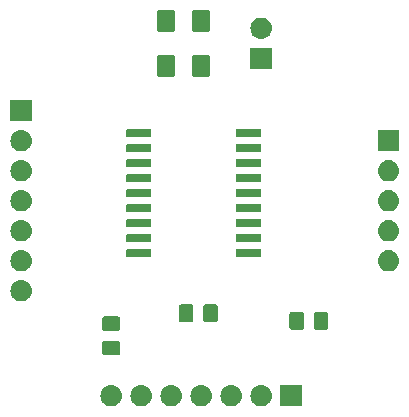
<source format=gbr>
G04 #@! TF.GenerationSoftware,KiCad,Pcbnew,(5.1.4)-1*
G04 #@! TF.CreationDate,2019-11-25T23:53:57+00:00*
G04 #@! TF.ProjectId,KeyPad BCD encoder,4b657950-6164-4204-9243-4420656e636f,rev?*
G04 #@! TF.SameCoordinates,Original*
G04 #@! TF.FileFunction,Soldermask,Top*
G04 #@! TF.FilePolarity,Negative*
%FSLAX46Y46*%
G04 Gerber Fmt 4.6, Leading zero omitted, Abs format (unit mm)*
G04 Created by KiCad (PCBNEW (5.1.4)-1) date 2019-11-25 23:53:57*
%MOMM*%
%LPD*%
G04 APERTURE LIST*
%ADD10C,0.100000*%
G04 APERTURE END LIST*
D10*
G36*
X160286000Y-103771000D02*
G01*
X158484000Y-103771000D01*
X158484000Y-101969000D01*
X160286000Y-101969000D01*
X160286000Y-103771000D01*
X160286000Y-103771000D01*
G37*
G36*
X156955442Y-101975518D02*
G01*
X157021627Y-101982037D01*
X157191466Y-102033557D01*
X157347991Y-102117222D01*
X157383729Y-102146552D01*
X157485186Y-102229814D01*
X157568448Y-102331271D01*
X157597778Y-102367009D01*
X157681443Y-102523534D01*
X157732963Y-102693373D01*
X157750359Y-102870000D01*
X157732963Y-103046627D01*
X157681443Y-103216466D01*
X157597778Y-103372991D01*
X157568448Y-103408729D01*
X157485186Y-103510186D01*
X157383729Y-103593448D01*
X157347991Y-103622778D01*
X157191466Y-103706443D01*
X157021627Y-103757963D01*
X156955443Y-103764481D01*
X156889260Y-103771000D01*
X156800740Y-103771000D01*
X156734557Y-103764481D01*
X156668373Y-103757963D01*
X156498534Y-103706443D01*
X156342009Y-103622778D01*
X156306271Y-103593448D01*
X156204814Y-103510186D01*
X156121552Y-103408729D01*
X156092222Y-103372991D01*
X156008557Y-103216466D01*
X155957037Y-103046627D01*
X155939641Y-102870000D01*
X155957037Y-102693373D01*
X156008557Y-102523534D01*
X156092222Y-102367009D01*
X156121552Y-102331271D01*
X156204814Y-102229814D01*
X156306271Y-102146552D01*
X156342009Y-102117222D01*
X156498534Y-102033557D01*
X156668373Y-101982037D01*
X156734558Y-101975518D01*
X156800740Y-101969000D01*
X156889260Y-101969000D01*
X156955442Y-101975518D01*
X156955442Y-101975518D01*
G37*
G36*
X154415442Y-101975518D02*
G01*
X154481627Y-101982037D01*
X154651466Y-102033557D01*
X154807991Y-102117222D01*
X154843729Y-102146552D01*
X154945186Y-102229814D01*
X155028448Y-102331271D01*
X155057778Y-102367009D01*
X155141443Y-102523534D01*
X155192963Y-102693373D01*
X155210359Y-102870000D01*
X155192963Y-103046627D01*
X155141443Y-103216466D01*
X155057778Y-103372991D01*
X155028448Y-103408729D01*
X154945186Y-103510186D01*
X154843729Y-103593448D01*
X154807991Y-103622778D01*
X154651466Y-103706443D01*
X154481627Y-103757963D01*
X154415443Y-103764481D01*
X154349260Y-103771000D01*
X154260740Y-103771000D01*
X154194557Y-103764481D01*
X154128373Y-103757963D01*
X153958534Y-103706443D01*
X153802009Y-103622778D01*
X153766271Y-103593448D01*
X153664814Y-103510186D01*
X153581552Y-103408729D01*
X153552222Y-103372991D01*
X153468557Y-103216466D01*
X153417037Y-103046627D01*
X153399641Y-102870000D01*
X153417037Y-102693373D01*
X153468557Y-102523534D01*
X153552222Y-102367009D01*
X153581552Y-102331271D01*
X153664814Y-102229814D01*
X153766271Y-102146552D01*
X153802009Y-102117222D01*
X153958534Y-102033557D01*
X154128373Y-101982037D01*
X154194558Y-101975518D01*
X154260740Y-101969000D01*
X154349260Y-101969000D01*
X154415442Y-101975518D01*
X154415442Y-101975518D01*
G37*
G36*
X151875442Y-101975518D02*
G01*
X151941627Y-101982037D01*
X152111466Y-102033557D01*
X152267991Y-102117222D01*
X152303729Y-102146552D01*
X152405186Y-102229814D01*
X152488448Y-102331271D01*
X152517778Y-102367009D01*
X152601443Y-102523534D01*
X152652963Y-102693373D01*
X152670359Y-102870000D01*
X152652963Y-103046627D01*
X152601443Y-103216466D01*
X152517778Y-103372991D01*
X152488448Y-103408729D01*
X152405186Y-103510186D01*
X152303729Y-103593448D01*
X152267991Y-103622778D01*
X152111466Y-103706443D01*
X151941627Y-103757963D01*
X151875443Y-103764481D01*
X151809260Y-103771000D01*
X151720740Y-103771000D01*
X151654557Y-103764481D01*
X151588373Y-103757963D01*
X151418534Y-103706443D01*
X151262009Y-103622778D01*
X151226271Y-103593448D01*
X151124814Y-103510186D01*
X151041552Y-103408729D01*
X151012222Y-103372991D01*
X150928557Y-103216466D01*
X150877037Y-103046627D01*
X150859641Y-102870000D01*
X150877037Y-102693373D01*
X150928557Y-102523534D01*
X151012222Y-102367009D01*
X151041552Y-102331271D01*
X151124814Y-102229814D01*
X151226271Y-102146552D01*
X151262009Y-102117222D01*
X151418534Y-102033557D01*
X151588373Y-101982037D01*
X151654558Y-101975518D01*
X151720740Y-101969000D01*
X151809260Y-101969000D01*
X151875442Y-101975518D01*
X151875442Y-101975518D01*
G37*
G36*
X146795442Y-101975518D02*
G01*
X146861627Y-101982037D01*
X147031466Y-102033557D01*
X147187991Y-102117222D01*
X147223729Y-102146552D01*
X147325186Y-102229814D01*
X147408448Y-102331271D01*
X147437778Y-102367009D01*
X147521443Y-102523534D01*
X147572963Y-102693373D01*
X147590359Y-102870000D01*
X147572963Y-103046627D01*
X147521443Y-103216466D01*
X147437778Y-103372991D01*
X147408448Y-103408729D01*
X147325186Y-103510186D01*
X147223729Y-103593448D01*
X147187991Y-103622778D01*
X147031466Y-103706443D01*
X146861627Y-103757963D01*
X146795443Y-103764481D01*
X146729260Y-103771000D01*
X146640740Y-103771000D01*
X146574557Y-103764481D01*
X146508373Y-103757963D01*
X146338534Y-103706443D01*
X146182009Y-103622778D01*
X146146271Y-103593448D01*
X146044814Y-103510186D01*
X145961552Y-103408729D01*
X145932222Y-103372991D01*
X145848557Y-103216466D01*
X145797037Y-103046627D01*
X145779641Y-102870000D01*
X145797037Y-102693373D01*
X145848557Y-102523534D01*
X145932222Y-102367009D01*
X145961552Y-102331271D01*
X146044814Y-102229814D01*
X146146271Y-102146552D01*
X146182009Y-102117222D01*
X146338534Y-102033557D01*
X146508373Y-101982037D01*
X146574558Y-101975518D01*
X146640740Y-101969000D01*
X146729260Y-101969000D01*
X146795442Y-101975518D01*
X146795442Y-101975518D01*
G37*
G36*
X144255442Y-101975518D02*
G01*
X144321627Y-101982037D01*
X144491466Y-102033557D01*
X144647991Y-102117222D01*
X144683729Y-102146552D01*
X144785186Y-102229814D01*
X144868448Y-102331271D01*
X144897778Y-102367009D01*
X144981443Y-102523534D01*
X145032963Y-102693373D01*
X145050359Y-102870000D01*
X145032963Y-103046627D01*
X144981443Y-103216466D01*
X144897778Y-103372991D01*
X144868448Y-103408729D01*
X144785186Y-103510186D01*
X144683729Y-103593448D01*
X144647991Y-103622778D01*
X144491466Y-103706443D01*
X144321627Y-103757963D01*
X144255443Y-103764481D01*
X144189260Y-103771000D01*
X144100740Y-103771000D01*
X144034557Y-103764481D01*
X143968373Y-103757963D01*
X143798534Y-103706443D01*
X143642009Y-103622778D01*
X143606271Y-103593448D01*
X143504814Y-103510186D01*
X143421552Y-103408729D01*
X143392222Y-103372991D01*
X143308557Y-103216466D01*
X143257037Y-103046627D01*
X143239641Y-102870000D01*
X143257037Y-102693373D01*
X143308557Y-102523534D01*
X143392222Y-102367009D01*
X143421552Y-102331271D01*
X143504814Y-102229814D01*
X143606271Y-102146552D01*
X143642009Y-102117222D01*
X143798534Y-102033557D01*
X143968373Y-101982037D01*
X144034558Y-101975518D01*
X144100740Y-101969000D01*
X144189260Y-101969000D01*
X144255442Y-101975518D01*
X144255442Y-101975518D01*
G37*
G36*
X149335442Y-101975518D02*
G01*
X149401627Y-101982037D01*
X149571466Y-102033557D01*
X149727991Y-102117222D01*
X149763729Y-102146552D01*
X149865186Y-102229814D01*
X149948448Y-102331271D01*
X149977778Y-102367009D01*
X150061443Y-102523534D01*
X150112963Y-102693373D01*
X150130359Y-102870000D01*
X150112963Y-103046627D01*
X150061443Y-103216466D01*
X149977778Y-103372991D01*
X149948448Y-103408729D01*
X149865186Y-103510186D01*
X149763729Y-103593448D01*
X149727991Y-103622778D01*
X149571466Y-103706443D01*
X149401627Y-103757963D01*
X149335443Y-103764481D01*
X149269260Y-103771000D01*
X149180740Y-103771000D01*
X149114557Y-103764481D01*
X149048373Y-103757963D01*
X148878534Y-103706443D01*
X148722009Y-103622778D01*
X148686271Y-103593448D01*
X148584814Y-103510186D01*
X148501552Y-103408729D01*
X148472222Y-103372991D01*
X148388557Y-103216466D01*
X148337037Y-103046627D01*
X148319641Y-102870000D01*
X148337037Y-102693373D01*
X148388557Y-102523534D01*
X148472222Y-102367009D01*
X148501552Y-102331271D01*
X148584814Y-102229814D01*
X148686271Y-102146552D01*
X148722009Y-102117222D01*
X148878534Y-102033557D01*
X149048373Y-101982037D01*
X149114558Y-101975518D01*
X149180740Y-101969000D01*
X149269260Y-101969000D01*
X149335442Y-101975518D01*
X149335442Y-101975518D01*
G37*
G36*
X144733674Y-98193465D02*
G01*
X144771367Y-98204899D01*
X144806103Y-98223466D01*
X144836548Y-98248452D01*
X144861534Y-98278897D01*
X144880101Y-98313633D01*
X144891535Y-98351326D01*
X144896000Y-98396661D01*
X144896000Y-99233339D01*
X144891535Y-99278674D01*
X144880101Y-99316367D01*
X144861534Y-99351103D01*
X144836548Y-99381548D01*
X144806103Y-99406534D01*
X144771367Y-99425101D01*
X144733674Y-99436535D01*
X144688339Y-99441000D01*
X143601661Y-99441000D01*
X143556326Y-99436535D01*
X143518633Y-99425101D01*
X143483897Y-99406534D01*
X143453452Y-99381548D01*
X143428466Y-99351103D01*
X143409899Y-99316367D01*
X143398465Y-99278674D01*
X143394000Y-99233339D01*
X143394000Y-98396661D01*
X143398465Y-98351326D01*
X143409899Y-98313633D01*
X143428466Y-98278897D01*
X143453452Y-98248452D01*
X143483897Y-98223466D01*
X143518633Y-98204899D01*
X143556326Y-98193465D01*
X143601661Y-98189000D01*
X144688339Y-98189000D01*
X144733674Y-98193465D01*
X144733674Y-98193465D01*
G37*
G36*
X144733674Y-96143465D02*
G01*
X144771367Y-96154899D01*
X144806103Y-96173466D01*
X144836548Y-96198452D01*
X144861534Y-96228897D01*
X144880101Y-96263633D01*
X144891535Y-96301326D01*
X144896000Y-96346661D01*
X144896000Y-97183339D01*
X144891535Y-97228674D01*
X144880101Y-97266367D01*
X144861534Y-97301103D01*
X144836548Y-97331548D01*
X144806103Y-97356534D01*
X144771367Y-97375101D01*
X144733674Y-97386535D01*
X144688339Y-97391000D01*
X143601661Y-97391000D01*
X143556326Y-97386535D01*
X143518633Y-97375101D01*
X143483897Y-97356534D01*
X143453452Y-97331548D01*
X143428466Y-97301103D01*
X143409899Y-97266367D01*
X143398465Y-97228674D01*
X143394000Y-97183339D01*
X143394000Y-96346661D01*
X143398465Y-96301326D01*
X143409899Y-96263633D01*
X143428466Y-96228897D01*
X143453452Y-96198452D01*
X143483897Y-96173466D01*
X143518633Y-96154899D01*
X143556326Y-96143465D01*
X143601661Y-96139000D01*
X144688339Y-96139000D01*
X144733674Y-96143465D01*
X144733674Y-96143465D01*
G37*
G36*
X162388674Y-95773465D02*
G01*
X162426367Y-95784899D01*
X162461103Y-95803466D01*
X162491548Y-95828452D01*
X162516534Y-95858897D01*
X162535101Y-95893633D01*
X162546535Y-95931326D01*
X162551000Y-95976661D01*
X162551000Y-97063339D01*
X162546535Y-97108674D01*
X162535101Y-97146367D01*
X162516534Y-97181103D01*
X162491548Y-97211548D01*
X162461103Y-97236534D01*
X162426367Y-97255101D01*
X162388674Y-97266535D01*
X162343339Y-97271000D01*
X161506661Y-97271000D01*
X161461326Y-97266535D01*
X161423633Y-97255101D01*
X161388897Y-97236534D01*
X161358452Y-97211548D01*
X161333466Y-97181103D01*
X161314899Y-97146367D01*
X161303465Y-97108674D01*
X161299000Y-97063339D01*
X161299000Y-95976661D01*
X161303465Y-95931326D01*
X161314899Y-95893633D01*
X161333466Y-95858897D01*
X161358452Y-95828452D01*
X161388897Y-95803466D01*
X161423633Y-95784899D01*
X161461326Y-95773465D01*
X161506661Y-95769000D01*
X162343339Y-95769000D01*
X162388674Y-95773465D01*
X162388674Y-95773465D01*
G37*
G36*
X160338674Y-95773465D02*
G01*
X160376367Y-95784899D01*
X160411103Y-95803466D01*
X160441548Y-95828452D01*
X160466534Y-95858897D01*
X160485101Y-95893633D01*
X160496535Y-95931326D01*
X160501000Y-95976661D01*
X160501000Y-97063339D01*
X160496535Y-97108674D01*
X160485101Y-97146367D01*
X160466534Y-97181103D01*
X160441548Y-97211548D01*
X160411103Y-97236534D01*
X160376367Y-97255101D01*
X160338674Y-97266535D01*
X160293339Y-97271000D01*
X159456661Y-97271000D01*
X159411326Y-97266535D01*
X159373633Y-97255101D01*
X159338897Y-97236534D01*
X159308452Y-97211548D01*
X159283466Y-97181103D01*
X159264899Y-97146367D01*
X159253465Y-97108674D01*
X159249000Y-97063339D01*
X159249000Y-95976661D01*
X159253465Y-95931326D01*
X159264899Y-95893633D01*
X159283466Y-95858897D01*
X159308452Y-95828452D01*
X159338897Y-95803466D01*
X159373633Y-95784899D01*
X159411326Y-95773465D01*
X159456661Y-95769000D01*
X160293339Y-95769000D01*
X160338674Y-95773465D01*
X160338674Y-95773465D01*
G37*
G36*
X153008674Y-95138465D02*
G01*
X153046367Y-95149899D01*
X153081103Y-95168466D01*
X153111548Y-95193452D01*
X153136534Y-95223897D01*
X153155101Y-95258633D01*
X153166535Y-95296326D01*
X153171000Y-95341661D01*
X153171000Y-96428339D01*
X153166535Y-96473674D01*
X153155101Y-96511367D01*
X153136534Y-96546103D01*
X153111548Y-96576548D01*
X153081103Y-96601534D01*
X153046367Y-96620101D01*
X153008674Y-96631535D01*
X152963339Y-96636000D01*
X152126661Y-96636000D01*
X152081326Y-96631535D01*
X152043633Y-96620101D01*
X152008897Y-96601534D01*
X151978452Y-96576548D01*
X151953466Y-96546103D01*
X151934899Y-96511367D01*
X151923465Y-96473674D01*
X151919000Y-96428339D01*
X151919000Y-95341661D01*
X151923465Y-95296326D01*
X151934899Y-95258633D01*
X151953466Y-95223897D01*
X151978452Y-95193452D01*
X152008897Y-95168466D01*
X152043633Y-95149899D01*
X152081326Y-95138465D01*
X152126661Y-95134000D01*
X152963339Y-95134000D01*
X153008674Y-95138465D01*
X153008674Y-95138465D01*
G37*
G36*
X150958674Y-95138465D02*
G01*
X150996367Y-95149899D01*
X151031103Y-95168466D01*
X151061548Y-95193452D01*
X151086534Y-95223897D01*
X151105101Y-95258633D01*
X151116535Y-95296326D01*
X151121000Y-95341661D01*
X151121000Y-96428339D01*
X151116535Y-96473674D01*
X151105101Y-96511367D01*
X151086534Y-96546103D01*
X151061548Y-96576548D01*
X151031103Y-96601534D01*
X150996367Y-96620101D01*
X150958674Y-96631535D01*
X150913339Y-96636000D01*
X150076661Y-96636000D01*
X150031326Y-96631535D01*
X149993633Y-96620101D01*
X149958897Y-96601534D01*
X149928452Y-96576548D01*
X149903466Y-96546103D01*
X149884899Y-96511367D01*
X149873465Y-96473674D01*
X149869000Y-96428339D01*
X149869000Y-95341661D01*
X149873465Y-95296326D01*
X149884899Y-95258633D01*
X149903466Y-95223897D01*
X149928452Y-95193452D01*
X149958897Y-95168466D01*
X149993633Y-95149899D01*
X150031326Y-95138465D01*
X150076661Y-95134000D01*
X150913339Y-95134000D01*
X150958674Y-95138465D01*
X150958674Y-95138465D01*
G37*
G36*
X136635443Y-93085519D02*
G01*
X136701627Y-93092037D01*
X136871466Y-93143557D01*
X137027991Y-93227222D01*
X137063729Y-93256552D01*
X137165186Y-93339814D01*
X137248448Y-93441271D01*
X137277778Y-93477009D01*
X137361443Y-93633534D01*
X137412963Y-93803373D01*
X137430359Y-93980000D01*
X137412963Y-94156627D01*
X137361443Y-94326466D01*
X137277778Y-94482991D01*
X137248448Y-94518729D01*
X137165186Y-94620186D01*
X137063729Y-94703448D01*
X137027991Y-94732778D01*
X136871466Y-94816443D01*
X136701627Y-94867963D01*
X136635443Y-94874481D01*
X136569260Y-94881000D01*
X136480740Y-94881000D01*
X136414557Y-94874481D01*
X136348373Y-94867963D01*
X136178534Y-94816443D01*
X136022009Y-94732778D01*
X135986271Y-94703448D01*
X135884814Y-94620186D01*
X135801552Y-94518729D01*
X135772222Y-94482991D01*
X135688557Y-94326466D01*
X135637037Y-94156627D01*
X135619641Y-93980000D01*
X135637037Y-93803373D01*
X135688557Y-93633534D01*
X135772222Y-93477009D01*
X135801552Y-93441271D01*
X135884814Y-93339814D01*
X135986271Y-93256552D01*
X136022009Y-93227222D01*
X136178534Y-93143557D01*
X136348373Y-93092037D01*
X136414557Y-93085519D01*
X136480740Y-93079000D01*
X136569260Y-93079000D01*
X136635443Y-93085519D01*
X136635443Y-93085519D01*
G37*
G36*
X167745909Y-90545072D02*
G01*
X167816627Y-90552037D01*
X167986466Y-90603557D01*
X168142991Y-90687222D01*
X168178729Y-90716552D01*
X168280186Y-90799814D01*
X168363448Y-90901271D01*
X168392778Y-90937009D01*
X168476443Y-91093534D01*
X168527963Y-91263373D01*
X168545359Y-91440000D01*
X168527963Y-91616627D01*
X168476443Y-91786466D01*
X168392778Y-91942991D01*
X168363448Y-91978729D01*
X168280186Y-92080186D01*
X168178729Y-92163448D01*
X168142991Y-92192778D01*
X167986466Y-92276443D01*
X167816627Y-92327963D01*
X167750443Y-92334481D01*
X167684260Y-92341000D01*
X167595740Y-92341000D01*
X167529557Y-92334481D01*
X167463373Y-92327963D01*
X167293534Y-92276443D01*
X167137009Y-92192778D01*
X167101271Y-92163448D01*
X166999814Y-92080186D01*
X166916552Y-91978729D01*
X166887222Y-91942991D01*
X166803557Y-91786466D01*
X166752037Y-91616627D01*
X166734641Y-91440000D01*
X166752037Y-91263373D01*
X166803557Y-91093534D01*
X166887222Y-90937009D01*
X166916552Y-90901271D01*
X166999814Y-90799814D01*
X167101271Y-90716552D01*
X167137009Y-90687222D01*
X167293534Y-90603557D01*
X167463373Y-90552037D01*
X167534091Y-90545072D01*
X167595740Y-90539000D01*
X167684260Y-90539000D01*
X167745909Y-90545072D01*
X167745909Y-90545072D01*
G37*
G36*
X136630909Y-90545072D02*
G01*
X136701627Y-90552037D01*
X136871466Y-90603557D01*
X137027991Y-90687222D01*
X137063729Y-90716552D01*
X137165186Y-90799814D01*
X137248448Y-90901271D01*
X137277778Y-90937009D01*
X137361443Y-91093534D01*
X137412963Y-91263373D01*
X137430359Y-91440000D01*
X137412963Y-91616627D01*
X137361443Y-91786466D01*
X137277778Y-91942991D01*
X137248448Y-91978729D01*
X137165186Y-92080186D01*
X137063729Y-92163448D01*
X137027991Y-92192778D01*
X136871466Y-92276443D01*
X136701627Y-92327963D01*
X136635443Y-92334481D01*
X136569260Y-92341000D01*
X136480740Y-92341000D01*
X136414557Y-92334481D01*
X136348373Y-92327963D01*
X136178534Y-92276443D01*
X136022009Y-92192778D01*
X135986271Y-92163448D01*
X135884814Y-92080186D01*
X135801552Y-91978729D01*
X135772222Y-91942991D01*
X135688557Y-91786466D01*
X135637037Y-91616627D01*
X135619641Y-91440000D01*
X135637037Y-91263373D01*
X135688557Y-91093534D01*
X135772222Y-90937009D01*
X135801552Y-90901271D01*
X135884814Y-90799814D01*
X135986271Y-90716552D01*
X136022009Y-90687222D01*
X136178534Y-90603557D01*
X136348373Y-90552037D01*
X136419091Y-90545072D01*
X136480740Y-90539000D01*
X136569260Y-90539000D01*
X136630909Y-90545072D01*
X136630909Y-90545072D01*
G37*
G36*
X147464928Y-90456764D02*
G01*
X147486009Y-90463160D01*
X147505445Y-90473548D01*
X147522476Y-90487524D01*
X147536452Y-90504555D01*
X147546840Y-90523991D01*
X147553236Y-90545072D01*
X147556000Y-90573140D01*
X147556000Y-91036860D01*
X147553236Y-91064928D01*
X147546840Y-91086009D01*
X147536452Y-91105445D01*
X147522476Y-91122476D01*
X147505445Y-91136452D01*
X147486009Y-91146840D01*
X147464928Y-91153236D01*
X147436860Y-91156000D01*
X145523140Y-91156000D01*
X145495072Y-91153236D01*
X145473991Y-91146840D01*
X145454555Y-91136452D01*
X145437524Y-91122476D01*
X145423548Y-91105445D01*
X145413160Y-91086009D01*
X145406764Y-91064928D01*
X145404000Y-91036860D01*
X145404000Y-90573140D01*
X145406764Y-90545072D01*
X145413160Y-90523991D01*
X145423548Y-90504555D01*
X145437524Y-90487524D01*
X145454555Y-90473548D01*
X145473991Y-90463160D01*
X145495072Y-90456764D01*
X145523140Y-90454000D01*
X147436860Y-90454000D01*
X147464928Y-90456764D01*
X147464928Y-90456764D01*
G37*
G36*
X156764928Y-90456764D02*
G01*
X156786009Y-90463160D01*
X156805445Y-90473548D01*
X156822476Y-90487524D01*
X156836452Y-90504555D01*
X156846840Y-90523991D01*
X156853236Y-90545072D01*
X156856000Y-90573140D01*
X156856000Y-91036860D01*
X156853236Y-91064928D01*
X156846840Y-91086009D01*
X156836452Y-91105445D01*
X156822476Y-91122476D01*
X156805445Y-91136452D01*
X156786009Y-91146840D01*
X156764928Y-91153236D01*
X156736860Y-91156000D01*
X154823140Y-91156000D01*
X154795072Y-91153236D01*
X154773991Y-91146840D01*
X154754555Y-91136452D01*
X154737524Y-91122476D01*
X154723548Y-91105445D01*
X154713160Y-91086009D01*
X154706764Y-91064928D01*
X154704000Y-91036860D01*
X154704000Y-90573140D01*
X154706764Y-90545072D01*
X154713160Y-90523991D01*
X154723548Y-90504555D01*
X154737524Y-90487524D01*
X154754555Y-90473548D01*
X154773991Y-90463160D01*
X154795072Y-90456764D01*
X154823140Y-90454000D01*
X156736860Y-90454000D01*
X156764928Y-90456764D01*
X156764928Y-90456764D01*
G37*
G36*
X156764928Y-89186764D02*
G01*
X156786009Y-89193160D01*
X156805445Y-89203548D01*
X156822476Y-89217524D01*
X156836452Y-89234555D01*
X156846840Y-89253991D01*
X156853236Y-89275072D01*
X156856000Y-89303140D01*
X156856000Y-89766860D01*
X156853236Y-89794928D01*
X156846840Y-89816009D01*
X156836452Y-89835445D01*
X156822476Y-89852476D01*
X156805445Y-89866452D01*
X156786009Y-89876840D01*
X156764928Y-89883236D01*
X156736860Y-89886000D01*
X154823140Y-89886000D01*
X154795072Y-89883236D01*
X154773991Y-89876840D01*
X154754555Y-89866452D01*
X154737524Y-89852476D01*
X154723548Y-89835445D01*
X154713160Y-89816009D01*
X154706764Y-89794928D01*
X154704000Y-89766860D01*
X154704000Y-89303140D01*
X154706764Y-89275072D01*
X154713160Y-89253991D01*
X154723548Y-89234555D01*
X154737524Y-89217524D01*
X154754555Y-89203548D01*
X154773991Y-89193160D01*
X154795072Y-89186764D01*
X154823140Y-89184000D01*
X156736860Y-89184000D01*
X156764928Y-89186764D01*
X156764928Y-89186764D01*
G37*
G36*
X147464928Y-89186764D02*
G01*
X147486009Y-89193160D01*
X147505445Y-89203548D01*
X147522476Y-89217524D01*
X147536452Y-89234555D01*
X147546840Y-89253991D01*
X147553236Y-89275072D01*
X147556000Y-89303140D01*
X147556000Y-89766860D01*
X147553236Y-89794928D01*
X147546840Y-89816009D01*
X147536452Y-89835445D01*
X147522476Y-89852476D01*
X147505445Y-89866452D01*
X147486009Y-89876840D01*
X147464928Y-89883236D01*
X147436860Y-89886000D01*
X145523140Y-89886000D01*
X145495072Y-89883236D01*
X145473991Y-89876840D01*
X145454555Y-89866452D01*
X145437524Y-89852476D01*
X145423548Y-89835445D01*
X145413160Y-89816009D01*
X145406764Y-89794928D01*
X145404000Y-89766860D01*
X145404000Y-89303140D01*
X145406764Y-89275072D01*
X145413160Y-89253991D01*
X145423548Y-89234555D01*
X145437524Y-89217524D01*
X145454555Y-89203548D01*
X145473991Y-89193160D01*
X145495072Y-89186764D01*
X145523140Y-89184000D01*
X147436860Y-89184000D01*
X147464928Y-89186764D01*
X147464928Y-89186764D01*
G37*
G36*
X136630909Y-88005072D02*
G01*
X136701627Y-88012037D01*
X136871466Y-88063557D01*
X137027991Y-88147222D01*
X137063729Y-88176552D01*
X137165186Y-88259814D01*
X137248448Y-88361271D01*
X137277778Y-88397009D01*
X137361443Y-88553534D01*
X137412963Y-88723373D01*
X137430359Y-88900000D01*
X137412963Y-89076627D01*
X137361443Y-89246466D01*
X137277778Y-89402991D01*
X137248448Y-89438729D01*
X137165186Y-89540186D01*
X137063729Y-89623448D01*
X137027991Y-89652778D01*
X136871466Y-89736443D01*
X136701627Y-89787963D01*
X136635443Y-89794481D01*
X136569260Y-89801000D01*
X136480740Y-89801000D01*
X136414557Y-89794481D01*
X136348373Y-89787963D01*
X136178534Y-89736443D01*
X136022009Y-89652778D01*
X135986271Y-89623448D01*
X135884814Y-89540186D01*
X135801552Y-89438729D01*
X135772222Y-89402991D01*
X135688557Y-89246466D01*
X135637037Y-89076627D01*
X135619641Y-88900000D01*
X135637037Y-88723373D01*
X135688557Y-88553534D01*
X135772222Y-88397009D01*
X135801552Y-88361271D01*
X135884814Y-88259814D01*
X135986271Y-88176552D01*
X136022009Y-88147222D01*
X136178534Y-88063557D01*
X136348373Y-88012037D01*
X136419091Y-88005072D01*
X136480740Y-87999000D01*
X136569260Y-87999000D01*
X136630909Y-88005072D01*
X136630909Y-88005072D01*
G37*
G36*
X167745909Y-88005072D02*
G01*
X167816627Y-88012037D01*
X167986466Y-88063557D01*
X168142991Y-88147222D01*
X168178729Y-88176552D01*
X168280186Y-88259814D01*
X168363448Y-88361271D01*
X168392778Y-88397009D01*
X168476443Y-88553534D01*
X168527963Y-88723373D01*
X168545359Y-88900000D01*
X168527963Y-89076627D01*
X168476443Y-89246466D01*
X168392778Y-89402991D01*
X168363448Y-89438729D01*
X168280186Y-89540186D01*
X168178729Y-89623448D01*
X168142991Y-89652778D01*
X167986466Y-89736443D01*
X167816627Y-89787963D01*
X167750443Y-89794481D01*
X167684260Y-89801000D01*
X167595740Y-89801000D01*
X167529557Y-89794481D01*
X167463373Y-89787963D01*
X167293534Y-89736443D01*
X167137009Y-89652778D01*
X167101271Y-89623448D01*
X166999814Y-89540186D01*
X166916552Y-89438729D01*
X166887222Y-89402991D01*
X166803557Y-89246466D01*
X166752037Y-89076627D01*
X166734641Y-88900000D01*
X166752037Y-88723373D01*
X166803557Y-88553534D01*
X166887222Y-88397009D01*
X166916552Y-88361271D01*
X166999814Y-88259814D01*
X167101271Y-88176552D01*
X167137009Y-88147222D01*
X167293534Y-88063557D01*
X167463373Y-88012037D01*
X167534091Y-88005072D01*
X167595740Y-87999000D01*
X167684260Y-87999000D01*
X167745909Y-88005072D01*
X167745909Y-88005072D01*
G37*
G36*
X156764928Y-87916764D02*
G01*
X156786009Y-87923160D01*
X156805445Y-87933548D01*
X156822476Y-87947524D01*
X156836452Y-87964555D01*
X156846840Y-87983991D01*
X156853236Y-88005072D01*
X156856000Y-88033140D01*
X156856000Y-88496860D01*
X156853236Y-88524928D01*
X156846840Y-88546009D01*
X156836452Y-88565445D01*
X156822476Y-88582476D01*
X156805445Y-88596452D01*
X156786009Y-88606840D01*
X156764928Y-88613236D01*
X156736860Y-88616000D01*
X154823140Y-88616000D01*
X154795072Y-88613236D01*
X154773991Y-88606840D01*
X154754555Y-88596452D01*
X154737524Y-88582476D01*
X154723548Y-88565445D01*
X154713160Y-88546009D01*
X154706764Y-88524928D01*
X154704000Y-88496860D01*
X154704000Y-88033140D01*
X154706764Y-88005072D01*
X154713160Y-87983991D01*
X154723548Y-87964555D01*
X154737524Y-87947524D01*
X154754555Y-87933548D01*
X154773991Y-87923160D01*
X154795072Y-87916764D01*
X154823140Y-87914000D01*
X156736860Y-87914000D01*
X156764928Y-87916764D01*
X156764928Y-87916764D01*
G37*
G36*
X147464928Y-87916764D02*
G01*
X147486009Y-87923160D01*
X147505445Y-87933548D01*
X147522476Y-87947524D01*
X147536452Y-87964555D01*
X147546840Y-87983991D01*
X147553236Y-88005072D01*
X147556000Y-88033140D01*
X147556000Y-88496860D01*
X147553236Y-88524928D01*
X147546840Y-88546009D01*
X147536452Y-88565445D01*
X147522476Y-88582476D01*
X147505445Y-88596452D01*
X147486009Y-88606840D01*
X147464928Y-88613236D01*
X147436860Y-88616000D01*
X145523140Y-88616000D01*
X145495072Y-88613236D01*
X145473991Y-88606840D01*
X145454555Y-88596452D01*
X145437524Y-88582476D01*
X145423548Y-88565445D01*
X145413160Y-88546009D01*
X145406764Y-88524928D01*
X145404000Y-88496860D01*
X145404000Y-88033140D01*
X145406764Y-88005072D01*
X145413160Y-87983991D01*
X145423548Y-87964555D01*
X145437524Y-87947524D01*
X145454555Y-87933548D01*
X145473991Y-87923160D01*
X145495072Y-87916764D01*
X145523140Y-87914000D01*
X147436860Y-87914000D01*
X147464928Y-87916764D01*
X147464928Y-87916764D01*
G37*
G36*
X147464928Y-86646764D02*
G01*
X147486009Y-86653160D01*
X147505445Y-86663548D01*
X147522476Y-86677524D01*
X147536452Y-86694555D01*
X147546840Y-86713991D01*
X147553236Y-86735072D01*
X147556000Y-86763140D01*
X147556000Y-87226860D01*
X147553236Y-87254928D01*
X147546840Y-87276009D01*
X147536452Y-87295445D01*
X147522476Y-87312476D01*
X147505445Y-87326452D01*
X147486009Y-87336840D01*
X147464928Y-87343236D01*
X147436860Y-87346000D01*
X145523140Y-87346000D01*
X145495072Y-87343236D01*
X145473991Y-87336840D01*
X145454555Y-87326452D01*
X145437524Y-87312476D01*
X145423548Y-87295445D01*
X145413160Y-87276009D01*
X145406764Y-87254928D01*
X145404000Y-87226860D01*
X145404000Y-86763140D01*
X145406764Y-86735072D01*
X145413160Y-86713991D01*
X145423548Y-86694555D01*
X145437524Y-86677524D01*
X145454555Y-86663548D01*
X145473991Y-86653160D01*
X145495072Y-86646764D01*
X145523140Y-86644000D01*
X147436860Y-86644000D01*
X147464928Y-86646764D01*
X147464928Y-86646764D01*
G37*
G36*
X156764928Y-86646764D02*
G01*
X156786009Y-86653160D01*
X156805445Y-86663548D01*
X156822476Y-86677524D01*
X156836452Y-86694555D01*
X156846840Y-86713991D01*
X156853236Y-86735072D01*
X156856000Y-86763140D01*
X156856000Y-87226860D01*
X156853236Y-87254928D01*
X156846840Y-87276009D01*
X156836452Y-87295445D01*
X156822476Y-87312476D01*
X156805445Y-87326452D01*
X156786009Y-87336840D01*
X156764928Y-87343236D01*
X156736860Y-87346000D01*
X154823140Y-87346000D01*
X154795072Y-87343236D01*
X154773991Y-87336840D01*
X154754555Y-87326452D01*
X154737524Y-87312476D01*
X154723548Y-87295445D01*
X154713160Y-87276009D01*
X154706764Y-87254928D01*
X154704000Y-87226860D01*
X154704000Y-86763140D01*
X154706764Y-86735072D01*
X154713160Y-86713991D01*
X154723548Y-86694555D01*
X154737524Y-86677524D01*
X154754555Y-86663548D01*
X154773991Y-86653160D01*
X154795072Y-86646764D01*
X154823140Y-86644000D01*
X156736860Y-86644000D01*
X156764928Y-86646764D01*
X156764928Y-86646764D01*
G37*
G36*
X136630909Y-85465072D02*
G01*
X136701627Y-85472037D01*
X136871466Y-85523557D01*
X137027991Y-85607222D01*
X137063729Y-85636552D01*
X137165186Y-85719814D01*
X137248448Y-85821271D01*
X137277778Y-85857009D01*
X137361443Y-86013534D01*
X137412963Y-86183373D01*
X137430359Y-86360000D01*
X137412963Y-86536627D01*
X137361443Y-86706466D01*
X137277778Y-86862991D01*
X137248448Y-86898729D01*
X137165186Y-87000186D01*
X137063729Y-87083448D01*
X137027991Y-87112778D01*
X136871466Y-87196443D01*
X136701627Y-87247963D01*
X136635442Y-87254482D01*
X136569260Y-87261000D01*
X136480740Y-87261000D01*
X136414558Y-87254482D01*
X136348373Y-87247963D01*
X136178534Y-87196443D01*
X136022009Y-87112778D01*
X135986271Y-87083448D01*
X135884814Y-87000186D01*
X135801552Y-86898729D01*
X135772222Y-86862991D01*
X135688557Y-86706466D01*
X135637037Y-86536627D01*
X135619641Y-86360000D01*
X135637037Y-86183373D01*
X135688557Y-86013534D01*
X135772222Y-85857009D01*
X135801552Y-85821271D01*
X135884814Y-85719814D01*
X135986271Y-85636552D01*
X136022009Y-85607222D01*
X136178534Y-85523557D01*
X136348373Y-85472037D01*
X136419091Y-85465072D01*
X136480740Y-85459000D01*
X136569260Y-85459000D01*
X136630909Y-85465072D01*
X136630909Y-85465072D01*
G37*
G36*
X167745909Y-85465072D02*
G01*
X167816627Y-85472037D01*
X167986466Y-85523557D01*
X168142991Y-85607222D01*
X168178729Y-85636552D01*
X168280186Y-85719814D01*
X168363448Y-85821271D01*
X168392778Y-85857009D01*
X168476443Y-86013534D01*
X168527963Y-86183373D01*
X168545359Y-86360000D01*
X168527963Y-86536627D01*
X168476443Y-86706466D01*
X168392778Y-86862991D01*
X168363448Y-86898729D01*
X168280186Y-87000186D01*
X168178729Y-87083448D01*
X168142991Y-87112778D01*
X167986466Y-87196443D01*
X167816627Y-87247963D01*
X167750442Y-87254482D01*
X167684260Y-87261000D01*
X167595740Y-87261000D01*
X167529558Y-87254482D01*
X167463373Y-87247963D01*
X167293534Y-87196443D01*
X167137009Y-87112778D01*
X167101271Y-87083448D01*
X166999814Y-87000186D01*
X166916552Y-86898729D01*
X166887222Y-86862991D01*
X166803557Y-86706466D01*
X166752037Y-86536627D01*
X166734641Y-86360000D01*
X166752037Y-86183373D01*
X166803557Y-86013534D01*
X166887222Y-85857009D01*
X166916552Y-85821271D01*
X166999814Y-85719814D01*
X167101271Y-85636552D01*
X167137009Y-85607222D01*
X167293534Y-85523557D01*
X167463373Y-85472037D01*
X167534091Y-85465072D01*
X167595740Y-85459000D01*
X167684260Y-85459000D01*
X167745909Y-85465072D01*
X167745909Y-85465072D01*
G37*
G36*
X147464928Y-85376764D02*
G01*
X147486009Y-85383160D01*
X147505445Y-85393548D01*
X147522476Y-85407524D01*
X147536452Y-85424555D01*
X147546840Y-85443991D01*
X147553236Y-85465072D01*
X147556000Y-85493140D01*
X147556000Y-85956860D01*
X147553236Y-85984928D01*
X147546840Y-86006009D01*
X147536452Y-86025445D01*
X147522476Y-86042476D01*
X147505445Y-86056452D01*
X147486009Y-86066840D01*
X147464928Y-86073236D01*
X147436860Y-86076000D01*
X145523140Y-86076000D01*
X145495072Y-86073236D01*
X145473991Y-86066840D01*
X145454555Y-86056452D01*
X145437524Y-86042476D01*
X145423548Y-86025445D01*
X145413160Y-86006009D01*
X145406764Y-85984928D01*
X145404000Y-85956860D01*
X145404000Y-85493140D01*
X145406764Y-85465072D01*
X145413160Y-85443991D01*
X145423548Y-85424555D01*
X145437524Y-85407524D01*
X145454555Y-85393548D01*
X145473991Y-85383160D01*
X145495072Y-85376764D01*
X145523140Y-85374000D01*
X147436860Y-85374000D01*
X147464928Y-85376764D01*
X147464928Y-85376764D01*
G37*
G36*
X156764928Y-85376764D02*
G01*
X156786009Y-85383160D01*
X156805445Y-85393548D01*
X156822476Y-85407524D01*
X156836452Y-85424555D01*
X156846840Y-85443991D01*
X156853236Y-85465072D01*
X156856000Y-85493140D01*
X156856000Y-85956860D01*
X156853236Y-85984928D01*
X156846840Y-86006009D01*
X156836452Y-86025445D01*
X156822476Y-86042476D01*
X156805445Y-86056452D01*
X156786009Y-86066840D01*
X156764928Y-86073236D01*
X156736860Y-86076000D01*
X154823140Y-86076000D01*
X154795072Y-86073236D01*
X154773991Y-86066840D01*
X154754555Y-86056452D01*
X154737524Y-86042476D01*
X154723548Y-86025445D01*
X154713160Y-86006009D01*
X154706764Y-85984928D01*
X154704000Y-85956860D01*
X154704000Y-85493140D01*
X154706764Y-85465072D01*
X154713160Y-85443991D01*
X154723548Y-85424555D01*
X154737524Y-85407524D01*
X154754555Y-85393548D01*
X154773991Y-85383160D01*
X154795072Y-85376764D01*
X154823140Y-85374000D01*
X156736860Y-85374000D01*
X156764928Y-85376764D01*
X156764928Y-85376764D01*
G37*
G36*
X156764928Y-84106764D02*
G01*
X156786009Y-84113160D01*
X156805445Y-84123548D01*
X156822476Y-84137524D01*
X156836452Y-84154555D01*
X156846840Y-84173991D01*
X156853236Y-84195072D01*
X156856000Y-84223140D01*
X156856000Y-84686860D01*
X156853236Y-84714928D01*
X156846840Y-84736009D01*
X156836452Y-84755445D01*
X156822476Y-84772476D01*
X156805445Y-84786452D01*
X156786009Y-84796840D01*
X156764928Y-84803236D01*
X156736860Y-84806000D01*
X154823140Y-84806000D01*
X154795072Y-84803236D01*
X154773991Y-84796840D01*
X154754555Y-84786452D01*
X154737524Y-84772476D01*
X154723548Y-84755445D01*
X154713160Y-84736009D01*
X154706764Y-84714928D01*
X154704000Y-84686860D01*
X154704000Y-84223140D01*
X154706764Y-84195072D01*
X154713160Y-84173991D01*
X154723548Y-84154555D01*
X154737524Y-84137524D01*
X154754555Y-84123548D01*
X154773991Y-84113160D01*
X154795072Y-84106764D01*
X154823140Y-84104000D01*
X156736860Y-84104000D01*
X156764928Y-84106764D01*
X156764928Y-84106764D01*
G37*
G36*
X147464928Y-84106764D02*
G01*
X147486009Y-84113160D01*
X147505445Y-84123548D01*
X147522476Y-84137524D01*
X147536452Y-84154555D01*
X147546840Y-84173991D01*
X147553236Y-84195072D01*
X147556000Y-84223140D01*
X147556000Y-84686860D01*
X147553236Y-84714928D01*
X147546840Y-84736009D01*
X147536452Y-84755445D01*
X147522476Y-84772476D01*
X147505445Y-84786452D01*
X147486009Y-84796840D01*
X147464928Y-84803236D01*
X147436860Y-84806000D01*
X145523140Y-84806000D01*
X145495072Y-84803236D01*
X145473991Y-84796840D01*
X145454555Y-84786452D01*
X145437524Y-84772476D01*
X145423548Y-84755445D01*
X145413160Y-84736009D01*
X145406764Y-84714928D01*
X145404000Y-84686860D01*
X145404000Y-84223140D01*
X145406764Y-84195072D01*
X145413160Y-84173991D01*
X145423548Y-84154555D01*
X145437524Y-84137524D01*
X145454555Y-84123548D01*
X145473991Y-84113160D01*
X145495072Y-84106764D01*
X145523140Y-84104000D01*
X147436860Y-84104000D01*
X147464928Y-84106764D01*
X147464928Y-84106764D01*
G37*
G36*
X136630909Y-82925072D02*
G01*
X136701627Y-82932037D01*
X136871466Y-82983557D01*
X137027991Y-83067222D01*
X137063729Y-83096552D01*
X137165186Y-83179814D01*
X137248448Y-83281271D01*
X137277778Y-83317009D01*
X137361443Y-83473534D01*
X137412963Y-83643373D01*
X137430359Y-83820000D01*
X137412963Y-83996627D01*
X137361443Y-84166466D01*
X137277778Y-84322991D01*
X137248448Y-84358729D01*
X137165186Y-84460186D01*
X137063729Y-84543448D01*
X137027991Y-84572778D01*
X136871466Y-84656443D01*
X136701627Y-84707963D01*
X136635443Y-84714481D01*
X136569260Y-84721000D01*
X136480740Y-84721000D01*
X136414557Y-84714481D01*
X136348373Y-84707963D01*
X136178534Y-84656443D01*
X136022009Y-84572778D01*
X135986271Y-84543448D01*
X135884814Y-84460186D01*
X135801552Y-84358729D01*
X135772222Y-84322991D01*
X135688557Y-84166466D01*
X135637037Y-83996627D01*
X135619641Y-83820000D01*
X135637037Y-83643373D01*
X135688557Y-83473534D01*
X135772222Y-83317009D01*
X135801552Y-83281271D01*
X135884814Y-83179814D01*
X135986271Y-83096552D01*
X136022009Y-83067222D01*
X136178534Y-82983557D01*
X136348373Y-82932037D01*
X136419091Y-82925072D01*
X136480740Y-82919000D01*
X136569260Y-82919000D01*
X136630909Y-82925072D01*
X136630909Y-82925072D01*
G37*
G36*
X167745909Y-82925072D02*
G01*
X167816627Y-82932037D01*
X167986466Y-82983557D01*
X168142991Y-83067222D01*
X168178729Y-83096552D01*
X168280186Y-83179814D01*
X168363448Y-83281271D01*
X168392778Y-83317009D01*
X168476443Y-83473534D01*
X168527963Y-83643373D01*
X168545359Y-83820000D01*
X168527963Y-83996627D01*
X168476443Y-84166466D01*
X168392778Y-84322991D01*
X168363448Y-84358729D01*
X168280186Y-84460186D01*
X168178729Y-84543448D01*
X168142991Y-84572778D01*
X167986466Y-84656443D01*
X167816627Y-84707963D01*
X167750443Y-84714481D01*
X167684260Y-84721000D01*
X167595740Y-84721000D01*
X167529557Y-84714481D01*
X167463373Y-84707963D01*
X167293534Y-84656443D01*
X167137009Y-84572778D01*
X167101271Y-84543448D01*
X166999814Y-84460186D01*
X166916552Y-84358729D01*
X166887222Y-84322991D01*
X166803557Y-84166466D01*
X166752037Y-83996627D01*
X166734641Y-83820000D01*
X166752037Y-83643373D01*
X166803557Y-83473534D01*
X166887222Y-83317009D01*
X166916552Y-83281271D01*
X166999814Y-83179814D01*
X167101271Y-83096552D01*
X167137009Y-83067222D01*
X167293534Y-82983557D01*
X167463373Y-82932037D01*
X167534091Y-82925072D01*
X167595740Y-82919000D01*
X167684260Y-82919000D01*
X167745909Y-82925072D01*
X167745909Y-82925072D01*
G37*
G36*
X147464928Y-82836764D02*
G01*
X147486009Y-82843160D01*
X147505445Y-82853548D01*
X147522476Y-82867524D01*
X147536452Y-82884555D01*
X147546840Y-82903991D01*
X147553236Y-82925072D01*
X147556000Y-82953140D01*
X147556000Y-83416860D01*
X147553236Y-83444928D01*
X147546840Y-83466009D01*
X147536452Y-83485445D01*
X147522476Y-83502476D01*
X147505445Y-83516452D01*
X147486009Y-83526840D01*
X147464928Y-83533236D01*
X147436860Y-83536000D01*
X145523140Y-83536000D01*
X145495072Y-83533236D01*
X145473991Y-83526840D01*
X145454555Y-83516452D01*
X145437524Y-83502476D01*
X145423548Y-83485445D01*
X145413160Y-83466009D01*
X145406764Y-83444928D01*
X145404000Y-83416860D01*
X145404000Y-82953140D01*
X145406764Y-82925072D01*
X145413160Y-82903991D01*
X145423548Y-82884555D01*
X145437524Y-82867524D01*
X145454555Y-82853548D01*
X145473991Y-82843160D01*
X145495072Y-82836764D01*
X145523140Y-82834000D01*
X147436860Y-82834000D01*
X147464928Y-82836764D01*
X147464928Y-82836764D01*
G37*
G36*
X156764928Y-82836764D02*
G01*
X156786009Y-82843160D01*
X156805445Y-82853548D01*
X156822476Y-82867524D01*
X156836452Y-82884555D01*
X156846840Y-82903991D01*
X156853236Y-82925072D01*
X156856000Y-82953140D01*
X156856000Y-83416860D01*
X156853236Y-83444928D01*
X156846840Y-83466009D01*
X156836452Y-83485445D01*
X156822476Y-83502476D01*
X156805445Y-83516452D01*
X156786009Y-83526840D01*
X156764928Y-83533236D01*
X156736860Y-83536000D01*
X154823140Y-83536000D01*
X154795072Y-83533236D01*
X154773991Y-83526840D01*
X154754555Y-83516452D01*
X154737524Y-83502476D01*
X154723548Y-83485445D01*
X154713160Y-83466009D01*
X154706764Y-83444928D01*
X154704000Y-83416860D01*
X154704000Y-82953140D01*
X154706764Y-82925072D01*
X154713160Y-82903991D01*
X154723548Y-82884555D01*
X154737524Y-82867524D01*
X154754555Y-82853548D01*
X154773991Y-82843160D01*
X154795072Y-82836764D01*
X154823140Y-82834000D01*
X156736860Y-82834000D01*
X156764928Y-82836764D01*
X156764928Y-82836764D01*
G37*
G36*
X147464928Y-81566764D02*
G01*
X147486009Y-81573160D01*
X147505445Y-81583548D01*
X147522476Y-81597524D01*
X147536452Y-81614555D01*
X147546840Y-81633991D01*
X147553236Y-81655072D01*
X147556000Y-81683140D01*
X147556000Y-82146860D01*
X147553236Y-82174928D01*
X147546840Y-82196009D01*
X147536452Y-82215445D01*
X147522476Y-82232476D01*
X147505445Y-82246452D01*
X147486009Y-82256840D01*
X147464928Y-82263236D01*
X147436860Y-82266000D01*
X145523140Y-82266000D01*
X145495072Y-82263236D01*
X145473991Y-82256840D01*
X145454555Y-82246452D01*
X145437524Y-82232476D01*
X145423548Y-82215445D01*
X145413160Y-82196009D01*
X145406764Y-82174928D01*
X145404000Y-82146860D01*
X145404000Y-81683140D01*
X145406764Y-81655072D01*
X145413160Y-81633991D01*
X145423548Y-81614555D01*
X145437524Y-81597524D01*
X145454555Y-81583548D01*
X145473991Y-81573160D01*
X145495072Y-81566764D01*
X145523140Y-81564000D01*
X147436860Y-81564000D01*
X147464928Y-81566764D01*
X147464928Y-81566764D01*
G37*
G36*
X156764928Y-81566764D02*
G01*
X156786009Y-81573160D01*
X156805445Y-81583548D01*
X156822476Y-81597524D01*
X156836452Y-81614555D01*
X156846840Y-81633991D01*
X156853236Y-81655072D01*
X156856000Y-81683140D01*
X156856000Y-82146860D01*
X156853236Y-82174928D01*
X156846840Y-82196009D01*
X156836452Y-82215445D01*
X156822476Y-82232476D01*
X156805445Y-82246452D01*
X156786009Y-82256840D01*
X156764928Y-82263236D01*
X156736860Y-82266000D01*
X154823140Y-82266000D01*
X154795072Y-82263236D01*
X154773991Y-82256840D01*
X154754555Y-82246452D01*
X154737524Y-82232476D01*
X154723548Y-82215445D01*
X154713160Y-82196009D01*
X154706764Y-82174928D01*
X154704000Y-82146860D01*
X154704000Y-81683140D01*
X154706764Y-81655072D01*
X154713160Y-81633991D01*
X154723548Y-81614555D01*
X154737524Y-81597524D01*
X154754555Y-81583548D01*
X154773991Y-81573160D01*
X154795072Y-81566764D01*
X154823140Y-81564000D01*
X156736860Y-81564000D01*
X156764928Y-81566764D01*
X156764928Y-81566764D01*
G37*
G36*
X136630909Y-80385072D02*
G01*
X136701627Y-80392037D01*
X136871466Y-80443557D01*
X137027991Y-80527222D01*
X137063729Y-80556552D01*
X137165186Y-80639814D01*
X137248448Y-80741271D01*
X137277778Y-80777009D01*
X137361443Y-80933534D01*
X137412963Y-81103373D01*
X137430359Y-81280000D01*
X137412963Y-81456627D01*
X137361443Y-81626466D01*
X137277778Y-81782991D01*
X137248448Y-81818729D01*
X137165186Y-81920186D01*
X137063729Y-82003448D01*
X137027991Y-82032778D01*
X136871466Y-82116443D01*
X136701627Y-82167963D01*
X136635443Y-82174481D01*
X136569260Y-82181000D01*
X136480740Y-82181000D01*
X136414557Y-82174481D01*
X136348373Y-82167963D01*
X136178534Y-82116443D01*
X136022009Y-82032778D01*
X135986271Y-82003448D01*
X135884814Y-81920186D01*
X135801552Y-81818729D01*
X135772222Y-81782991D01*
X135688557Y-81626466D01*
X135637037Y-81456627D01*
X135619641Y-81280000D01*
X135637037Y-81103373D01*
X135688557Y-80933534D01*
X135772222Y-80777009D01*
X135801552Y-80741271D01*
X135884814Y-80639814D01*
X135986271Y-80556552D01*
X136022009Y-80527222D01*
X136178534Y-80443557D01*
X136348373Y-80392037D01*
X136419091Y-80385072D01*
X136480740Y-80379000D01*
X136569260Y-80379000D01*
X136630909Y-80385072D01*
X136630909Y-80385072D01*
G37*
G36*
X168541000Y-82181000D02*
G01*
X166739000Y-82181000D01*
X166739000Y-80379000D01*
X168541000Y-80379000D01*
X168541000Y-82181000D01*
X168541000Y-82181000D01*
G37*
G36*
X156764928Y-80296764D02*
G01*
X156786009Y-80303160D01*
X156805445Y-80313548D01*
X156822476Y-80327524D01*
X156836452Y-80344555D01*
X156846840Y-80363991D01*
X156853236Y-80385072D01*
X156856000Y-80413140D01*
X156856000Y-80876860D01*
X156853236Y-80904928D01*
X156846840Y-80926009D01*
X156836452Y-80945445D01*
X156822476Y-80962476D01*
X156805445Y-80976452D01*
X156786009Y-80986840D01*
X156764928Y-80993236D01*
X156736860Y-80996000D01*
X154823140Y-80996000D01*
X154795072Y-80993236D01*
X154773991Y-80986840D01*
X154754555Y-80976452D01*
X154737524Y-80962476D01*
X154723548Y-80945445D01*
X154713160Y-80926009D01*
X154706764Y-80904928D01*
X154704000Y-80876860D01*
X154704000Y-80413140D01*
X154706764Y-80385072D01*
X154713160Y-80363991D01*
X154723548Y-80344555D01*
X154737524Y-80327524D01*
X154754555Y-80313548D01*
X154773991Y-80303160D01*
X154795072Y-80296764D01*
X154823140Y-80294000D01*
X156736860Y-80294000D01*
X156764928Y-80296764D01*
X156764928Y-80296764D01*
G37*
G36*
X147464928Y-80296764D02*
G01*
X147486009Y-80303160D01*
X147505445Y-80313548D01*
X147522476Y-80327524D01*
X147536452Y-80344555D01*
X147546840Y-80363991D01*
X147553236Y-80385072D01*
X147556000Y-80413140D01*
X147556000Y-80876860D01*
X147553236Y-80904928D01*
X147546840Y-80926009D01*
X147536452Y-80945445D01*
X147522476Y-80962476D01*
X147505445Y-80976452D01*
X147486009Y-80986840D01*
X147464928Y-80993236D01*
X147436860Y-80996000D01*
X145523140Y-80996000D01*
X145495072Y-80993236D01*
X145473991Y-80986840D01*
X145454555Y-80976452D01*
X145437524Y-80962476D01*
X145423548Y-80945445D01*
X145413160Y-80926009D01*
X145406764Y-80904928D01*
X145404000Y-80876860D01*
X145404000Y-80413140D01*
X145406764Y-80385072D01*
X145413160Y-80363991D01*
X145423548Y-80344555D01*
X145437524Y-80327524D01*
X145454555Y-80313548D01*
X145473991Y-80303160D01*
X145495072Y-80296764D01*
X145523140Y-80294000D01*
X147436860Y-80294000D01*
X147464928Y-80296764D01*
X147464928Y-80296764D01*
G37*
G36*
X137426000Y-79641000D02*
G01*
X135624000Y-79641000D01*
X135624000Y-77839000D01*
X137426000Y-77839000D01*
X137426000Y-79641000D01*
X137426000Y-79641000D01*
G37*
G36*
X149403062Y-74008181D02*
G01*
X149437981Y-74018774D01*
X149470163Y-74035976D01*
X149498373Y-74059127D01*
X149521524Y-74087337D01*
X149538726Y-74119519D01*
X149549319Y-74154438D01*
X149553500Y-74196895D01*
X149553500Y-75663105D01*
X149549319Y-75705562D01*
X149538726Y-75740481D01*
X149521524Y-75772663D01*
X149498373Y-75800873D01*
X149470163Y-75824024D01*
X149437981Y-75841226D01*
X149403062Y-75851819D01*
X149360605Y-75856000D01*
X148219395Y-75856000D01*
X148176938Y-75851819D01*
X148142019Y-75841226D01*
X148109837Y-75824024D01*
X148081627Y-75800873D01*
X148058476Y-75772663D01*
X148041274Y-75740481D01*
X148030681Y-75705562D01*
X148026500Y-75663105D01*
X148026500Y-74196895D01*
X148030681Y-74154438D01*
X148041274Y-74119519D01*
X148058476Y-74087337D01*
X148081627Y-74059127D01*
X148109837Y-74035976D01*
X148142019Y-74018774D01*
X148176938Y-74008181D01*
X148219395Y-74004000D01*
X149360605Y-74004000D01*
X149403062Y-74008181D01*
X149403062Y-74008181D01*
G37*
G36*
X152378062Y-74008181D02*
G01*
X152412981Y-74018774D01*
X152445163Y-74035976D01*
X152473373Y-74059127D01*
X152496524Y-74087337D01*
X152513726Y-74119519D01*
X152524319Y-74154438D01*
X152528500Y-74196895D01*
X152528500Y-75663105D01*
X152524319Y-75705562D01*
X152513726Y-75740481D01*
X152496524Y-75772663D01*
X152473373Y-75800873D01*
X152445163Y-75824024D01*
X152412981Y-75841226D01*
X152378062Y-75851819D01*
X152335605Y-75856000D01*
X151194395Y-75856000D01*
X151151938Y-75851819D01*
X151117019Y-75841226D01*
X151084837Y-75824024D01*
X151056627Y-75800873D01*
X151033476Y-75772663D01*
X151016274Y-75740481D01*
X151005681Y-75705562D01*
X151001500Y-75663105D01*
X151001500Y-74196895D01*
X151005681Y-74154438D01*
X151016274Y-74119519D01*
X151033476Y-74087337D01*
X151056627Y-74059127D01*
X151084837Y-74035976D01*
X151117019Y-74018774D01*
X151151938Y-74008181D01*
X151194395Y-74004000D01*
X152335605Y-74004000D01*
X152378062Y-74008181D01*
X152378062Y-74008181D01*
G37*
G36*
X157746000Y-75196000D02*
G01*
X155944000Y-75196000D01*
X155944000Y-73394000D01*
X157746000Y-73394000D01*
X157746000Y-75196000D01*
X157746000Y-75196000D01*
G37*
G36*
X156955442Y-70860518D02*
G01*
X157021627Y-70867037D01*
X157191466Y-70918557D01*
X157347991Y-71002222D01*
X157383729Y-71031552D01*
X157485186Y-71114814D01*
X157568448Y-71216271D01*
X157597778Y-71252009D01*
X157681443Y-71408534D01*
X157732963Y-71578373D01*
X157750359Y-71755000D01*
X157732963Y-71931627D01*
X157681443Y-72101466D01*
X157597778Y-72257991D01*
X157568448Y-72293729D01*
X157485186Y-72395186D01*
X157383729Y-72478448D01*
X157347991Y-72507778D01*
X157191466Y-72591443D01*
X157021627Y-72642963D01*
X156955443Y-72649481D01*
X156889260Y-72656000D01*
X156800740Y-72656000D01*
X156734557Y-72649481D01*
X156668373Y-72642963D01*
X156498534Y-72591443D01*
X156342009Y-72507778D01*
X156306271Y-72478448D01*
X156204814Y-72395186D01*
X156121552Y-72293729D01*
X156092222Y-72257991D01*
X156008557Y-72101466D01*
X155957037Y-71931627D01*
X155939641Y-71755000D01*
X155957037Y-71578373D01*
X156008557Y-71408534D01*
X156092222Y-71252009D01*
X156121552Y-71216271D01*
X156204814Y-71114814D01*
X156306271Y-71031552D01*
X156342009Y-71002222D01*
X156498534Y-70918557D01*
X156668373Y-70867037D01*
X156734558Y-70860518D01*
X156800740Y-70854000D01*
X156889260Y-70854000D01*
X156955442Y-70860518D01*
X156955442Y-70860518D01*
G37*
G36*
X152378062Y-70198181D02*
G01*
X152412981Y-70208774D01*
X152445163Y-70225976D01*
X152473373Y-70249127D01*
X152496524Y-70277337D01*
X152513726Y-70309519D01*
X152524319Y-70344438D01*
X152528500Y-70386895D01*
X152528500Y-71853105D01*
X152524319Y-71895562D01*
X152513726Y-71930481D01*
X152496524Y-71962663D01*
X152473373Y-71990873D01*
X152445163Y-72014024D01*
X152412981Y-72031226D01*
X152378062Y-72041819D01*
X152335605Y-72046000D01*
X151194395Y-72046000D01*
X151151938Y-72041819D01*
X151117019Y-72031226D01*
X151084837Y-72014024D01*
X151056627Y-71990873D01*
X151033476Y-71962663D01*
X151016274Y-71930481D01*
X151005681Y-71895562D01*
X151001500Y-71853105D01*
X151001500Y-70386895D01*
X151005681Y-70344438D01*
X151016274Y-70309519D01*
X151033476Y-70277337D01*
X151056627Y-70249127D01*
X151084837Y-70225976D01*
X151117019Y-70208774D01*
X151151938Y-70198181D01*
X151194395Y-70194000D01*
X152335605Y-70194000D01*
X152378062Y-70198181D01*
X152378062Y-70198181D01*
G37*
G36*
X149403062Y-70198181D02*
G01*
X149437981Y-70208774D01*
X149470163Y-70225976D01*
X149498373Y-70249127D01*
X149521524Y-70277337D01*
X149538726Y-70309519D01*
X149549319Y-70344438D01*
X149553500Y-70386895D01*
X149553500Y-71853105D01*
X149549319Y-71895562D01*
X149538726Y-71930481D01*
X149521524Y-71962663D01*
X149498373Y-71990873D01*
X149470163Y-72014024D01*
X149437981Y-72031226D01*
X149403062Y-72041819D01*
X149360605Y-72046000D01*
X148219395Y-72046000D01*
X148176938Y-72041819D01*
X148142019Y-72031226D01*
X148109837Y-72014024D01*
X148081627Y-71990873D01*
X148058476Y-71962663D01*
X148041274Y-71930481D01*
X148030681Y-71895562D01*
X148026500Y-71853105D01*
X148026500Y-70386895D01*
X148030681Y-70344438D01*
X148041274Y-70309519D01*
X148058476Y-70277337D01*
X148081627Y-70249127D01*
X148109837Y-70225976D01*
X148142019Y-70208774D01*
X148176938Y-70198181D01*
X148219395Y-70194000D01*
X149360605Y-70194000D01*
X149403062Y-70198181D01*
X149403062Y-70198181D01*
G37*
M02*

</source>
